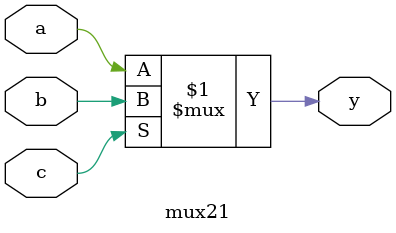
<source format=v>
`timescale 1ns / 1ps


module mux21(a, b, c, y);
input a, b, c;
output y;
assign y = c ? b : a;
endmodule

</source>
